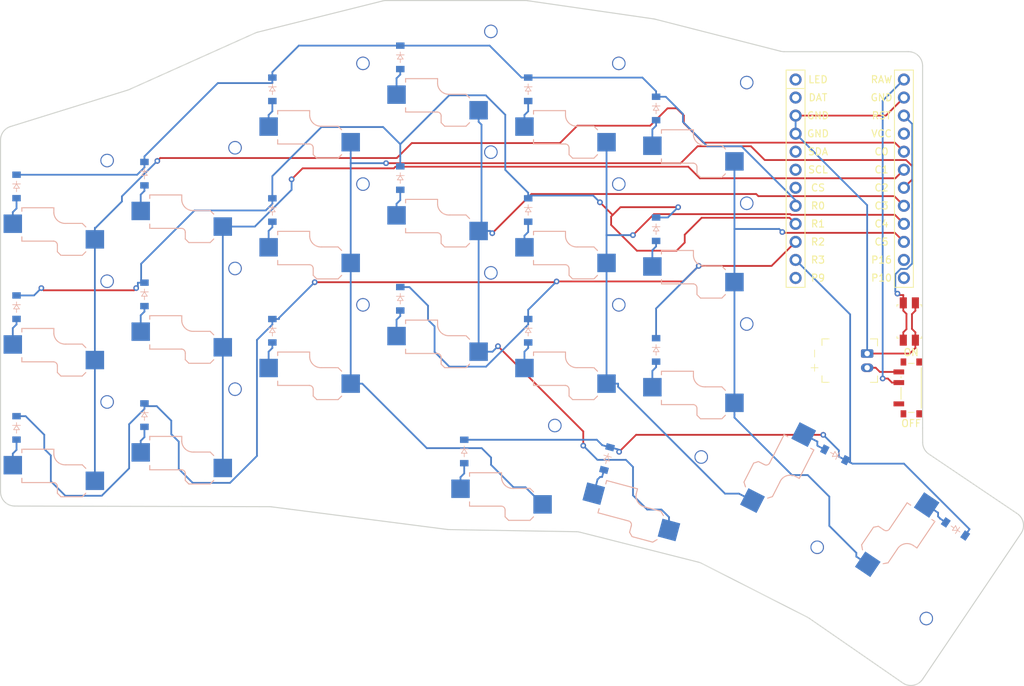
<source format=kicad_pcb>
(kicad_pcb (version 20241229) (generator "pcbnew") (generator_version "9.0")
  (title_block (title "scyboard") (date "2025-06-02") (rev "1") (company "Scybin"))
  (layers (0 "F.Cu" signal) (2 "B.Cu" signal) (13 "F.Paste" user) (15 "B.Paste" user) (5 "F.SilkS" user "F.Silkscreen") (7 "B.SilkS" user "B.Silkscreen") (1 "F.Mask" user) (3 "B.Mask" user) (25 "Edge.Cuts" user))
  (net 0 "")
  (net 1 "C0")
  (net 2 "outer_bottom_B")
  (net 3 "GND")
  (net 4 "outer_home_B")
  (net 5 "outer_top_B")
  (net 6 "C1")
  (net 7 "pinky_bottom_B")
  (net 8 "pinky_home_B")
  (net 9 "pinky_top_B")
  (net 10 "C2")
  (net 11 "ring_bottom_B")
  (net 12 "ring_home_B")
  (net 13 "ring_top_B")
  (net 14 "C3")
  (net 15 "middle_bottom_B")
  (net 16 "middle_home_B")
  (net 17 "middle_top_B")
  (net 18 "C4")
  (net 19 "index_bottom_B")
  (net 20 "index_home_B")
  (net 21 "index_top_B")
  (net 22 "C5")
  (net 23 "inner_bottom_B")
  (net 24 "inner_home_B")
  (net 25 "inner_top_B")
  (net 26 "tuck_cluster_B")
  (net 27 "layer_cluster_B")
  (net 28 "space_cluster_B")
  (net 29 "reach_cluster_B")
  (net 30 "R2")
  (net 31 "R1")
  (net 32 "R0")
  (net 33 "R3")
  (net 34 "RAW")
  (net 35 "RST")
  (net 36 "VCC")
  (net 37 "P16")
  (net 38 "P10")
  (net 39 "LED")
  (net 40 "DAT")
  (net 41 "SDA")
  (net 42 "SCL")
  (net 43 "CS")
  (net 44 "P9")
  (net 45 "BAT_P")
  (footprint "ceoloide:power_switch_smd_side" (layer "F.Cu") (at 168.14 92.87)
    (property "Reference" "PWR1" (hide yes))
    (property "Value" "")
  )
  (footprint "ceoloide:mcu_nice_nano" (layer "F.Cu") (at 159.5 62.145)
    (property "Reference" "MCU1" (hide yes))
    (property "Value" "")
  )
  (footprint "ceoloide:reset_switch_smd_side" (layer "F.Cu") (at 167.884 83.52 -90)
    (property "Reference" "RST1" (hide yes))
    (property "Value" "")
  )
  (footprint "ceoloide:battery_connector_jst_ph_2" (layer "F.Cu") (at 161.95 89.03 -90)
    (property "Reference" "JST1" (hide yes))
    (property "Value" "")
  )
  (footprint "custom:custom_switch_choc_v1_v2" (layer "B.Cu") (at 50 66 180)
    (property "Reference" "S3" (hide yes))
    (property "Value" "")
  )
  (footprint "custom:custom_diode_tht_sod123" (layer "B.Cu") (at 42.25 81.5 -90)
    (property "Reference" "D2" (hide yes))
    (property "Value" "")
  )
  (footprint "custom:custom_switch_choc_v1_v2_1.5u" (layer "B.Cu") (at 168.8 118.32 56)
    (property "Reference" "S22" (hide yes))
    (property "Value" "")
  )
  (footprint "custom:custom_switch_choc_v1_v2" (layer "B.Cu") (at 68 98.2 180)
    (property "Reference" "S4" (hide yes))
    (property "Value" "")
  )
  (footprint "custom:custom_switch_choc_v1_v2" (layer "B.Cu") (at 104 64.82 180)
    (property "Reference" "S11" (hide yes))
    (property "Value" "")
  )
  (footprint "custom:custom_switch_choc_v1_v2" (layer "B.Cu") (at 68 64.2 180)
    (property "Reference" "S6" (hide yes))
    (property "Value" "")
  )
  (footprint "custom:custom_switch_choc_v1_v2" (layer "B.Cu") (at 68 81.2 180)
    (property "Reference" "S5" (hide yes))
    (property "Value" "")
  )
  (footprint "custom:custom_diode_tht_sod123" (layer "B.Cu") (at 60.25 62.7 -90)
    (property "Reference" "D6" (hide yes))
    (property "Value" "")
  )
  (footprint "custom:custom_diode_tht_sod123" (layer "B.Cu") (at 114.25 50.82 -90)
    (property "Reference" "D15" (hide yes))
    (property "Value" "")
  )
  (footprint "custom:custom_switch_choc_v1_v2" (layer "B.Cu") (at 122 69.32 180)
    (property "Reference" "S14" (hide yes))
    (property "Value" "")
  )
  (footprint "custom:custom_diode_tht_sod123" (layer "B.Cu") (at 96.25 80.32 -90)
    (property "Reference" "D10" (hide yes))
    (property "Value" "")
  )
  (footprint "custom:custom_diode_tht_sod123" (layer "B.Cu") (at 105.25 101.82 -90)
    (property "Reference" "D19" (hide yes))
    (property "Value" "")
  )
  (footprint "custom:custom_switch_choc_v1_v2" (layer "B.Cu") (at 104 47.82 180)
    (property "Reference" "S12" (hide yes))
    (property "Value" "")
  )
  (footprint "custom:custom_switch_choc_v1_v2" (layer "B.Cu") (at 86 52.32 180)
    (property "Reference" "S9" (hide yes))
    (property "Value" "")
  )
  (footprint "custom:custom_diode_tht_sod123" (layer "B.Cu") (at 174.3773 112.7337 146)
    (property "Reference" "D22" (hide yes))
    (property "Value" "")
  )
  (footprint "custom:custom_diode_tht_sod123" (layer "B.Cu") (at 42.25 98.5 -90)
    (property "Reference" "D1" (hide yes))
    (property "Value" "")
  )
  (footprint "custom:custom_switch_choc_v1_v2" (layer "B.Cu") (at 113 103.32 180)
    (property "Reference" "S19" (hide yes))
    (property "Value" "")
  )
  (footprint "custom:custom_switch_choc_v1_v2" (layer "B.Cu") (at 104 81.82 180)
    (property "Reference" "S10" (hide yes))
    (property "Value" "")
  )
  (footprint "custom:custom_switch_choc_v1_v2" (layer "B.Cu") (at 50 100 180)
    (property "Reference" "S1" (hide yes))
    (property "Value" "")
  )
  (footprint "custom:custom_diode_tht_sod123" (layer "B.Cu") (at 60.25 79.7 -90)
    (property "Reference" "D5" (hide yes))
    (property "Value" "")
  )
  (footprint "custom:custom_diode_tht_sod123" (layer "B.Cu") (at 132.25 53.52 -90)
    (property "Reference" "D18" (hide yes))
    (property "Value" "")
  )
  (footprint "custom:custom_switch_choc_v1_v2" (layer "B.Cu") (at 86 86.32 180)
    (property "Reference" "S7" (hide yes))
    (property "Value" "")
  )
  (footprint "custom:custom_switch_choc_v1_v2" (layer "B.Cu") (at 122 52.32 180)
    (property "Reference" "S15" (hide yes))
    (property "Value" "")
  )
  (footprint "custom:custom_switch_choc_v1_v2" (layer "B.Cu") (at 86 69.32 180)
    (property "Reference" "S8" (hide yes))
    (property "Value" "")
  )
  (footprint "custom:custom_switch_choc_v1_v2" (layer "B.Cu") (at 50 83 180)
    (property "Reference" "S2" (hide yes))
    (property "Value" "")
  )
  (footprint "custom:custom_switch_choc_v1_v2" (layer "B.Cu") (at 152.6 108.52 63)
    (property "Reference" "S21" (hide yes))
    (property "Value" "")
  )
  (footprint "custom:custom_switch_choc_v1_v2" (layer "B.Cu") (at 140 89.02 180)
    (property "Reference" "S16" (hide yes))
    (property "Value" "")
  )
  (footprint "custom:custom_switch_choc_v1_v2" (layer "B.Cu") (at 122 86.32 180)
    (property "Reference" "S13" (hide yes))
    (property "Value" "")
  )
  (footprint "custom:custom_diode_tht_sod123" (layer "B.Cu") (at 78.25 50.82 -90)
    (property "Reference" "D9" (hide yes))
    (property "Value" "")
  )
  (footprint "custom:custom_diode_tht_sod123" (layer "B.Cu") (at 132.25 87.52 -90)
    (property "Reference" "D16" (hide yes))
    (property "Value" "")
  )
  (footprint "custom:custom_diode_tht_sod123" (layer "B.Cu") (at 96.25 63.32 -90)
    (property "Reference" "D11" (hide yes))
    (property "Value" "")
  )
  (footprint "custom:custom_diode_tht_sod123" (layer "B.Cu") (at 78.25 84.82 -90)
    (property "Reference" "D7" (hide yes))
    (property "Value" "")
  )
  (footprint "custom:custom_diode_tht_sod123" (layer "B.Cu") (at 60.25 96.7 -90)
    (property "Reference" "D4" (hide yes))
    (property "Value" "")
  )
  (footprint "custom:custom_diode_tht_sod123" (layer "B.Cu") (at 114.25 84.82 -90)
    (property "Reference" "D13" (hide yes))
    (property "Value" "")
  )
  (footprint "custom:custom_diode_tht_sod123" (layer "B.Cu") (at 96.25 46.32 -90)
    (property "Reference" "D12" (hide yes))
    (property "Value" "")
  )
  (footprint "custom:custom_switch_choc_v1_v2" (layer "B.Cu") (at 132.44 106.28 165)
    (property "Reference" "S20" (hide yes))
    (property "Value" "")
  )
  (footprint "custom:custom_diode_tht_sod123" (layer "B.Cu") (at 132.25 70.52 -90)
    (property "Reference" "D17" (hide yes))
    (property "Value" "")
  )
  (footprint "custom:custom_diode_tht_sod123" (layer "B.Cu") (at 157.4549 102.2957 153)
    (property "Reference" "D21" (hide yes))
    (property "Value" "")
  )
  (footprint "custom:custom_diode_tht_sod123" (layer "B.Cu") (at 78.25 67.82 -90)
    (property "Reference" "D8" (hide yes))
    (property "Value" "")
  )
  (footprint "custom:custom_diode_tht_sod123" (layer "B.Cu") (at 114.25 67.82 -90)
    (property "Reference" "D14" (hide yes))
    (property "Value" "")
  )
  (footprint "custom:custom_diode_tht_sod123" (layer "B.Cu") (at 125.3423 102.8253 -105)
    (property "Reference" "D20" (hide yes))
    (property "Value" "")
  )
  (footprint "custom:custom_switch_choc_v1_v2" (layer "B.Cu") (at 140 72.02 180)
    (property "Reference" "S17" (hide yes))
    (property "Value" "")
  )
  (footprint "custom:custom_diode_tht_sod123" (layer "B.Cu") (at 42.25 64.5 -90)
    (property "Reference" "D3" (hide yes))
    (property "Value" "")
  )
  (footprint "custom:custom_switch_choc_v1_v2" (layer "B.Cu") (at 140 55.02 180)
    (property "Reference" "S18" (hide yes))
    (property "Value" "")
  )
  (gr_line (start 114.142223 38.340543) (end 131.894247 40.904725) (stroke (width 0.15)) (layer "Edge.Cuts"))
  (gr_line (start 41.405867 56.062619) (end 57.884982 50.935783) (stroke (width 0.15)) (layer "Edge.Cuts"))
  (gr_arc (start 138.226988 117.413845) (mid 138.44002 117.480609) (end 138.644282 117.570705) (stroke (width 0.15)) (layer "Edge.Cuts"))
  (gr_arc (start 121.055793 113.123029) (mid 121.286114 113.140236) (end 121.512918 113.183875) (stroke (width 0.15)) (layer "Edge.Cuts"))
  (gr_arc (start 150.251514 45.52) (mid 150.001965 45.504373) (end 149.756317 45.457726) (stroke (width 0.15)) (layer "Edge.Cuts"))
  (gr_line (start 76.172117 42.776971) (end 93.76114 38.379715) (stroke (width 0.15)) (layer "Edge.Cuts"))
  (gr_line (start 138.226988 117.413845) (end 121.512918 113.183875) (stroke (width 0.15)) (layer "Edge.Cuts"))
  (gr_line (start 132.103522 40.946456) (end 149.756317 45.457726) (stroke (width 0.15)) (layer "Edge.Cuts"))
  (gr_arc (start 75.838145 42.892655) (mid 76.002571 42.827421) (end 76.172117 42.776971) (stroke (width 0.15)) (layer "Edge.Cuts"))
  (gr_line (start 40 107.505256) (end 40 57.972333) (stroke (width 0.15)) (layer "Edge.Cuts"))
  (gr_arc (start 93.76114 38.379715) (mid 94.001845 38.334986) (end 94.246211 38.32) (stroke (width 0.15)) (layer "Edge.Cuts"))
  (gr_line (start 94.246211 38.32) (end 113.856301 38.32) (stroke (width 0.15)) (layer "Edge.Cuts"))
  (gr_line (start 183.609849 113.352267) (end 169.755175 133.892666) (stroke (width 0.15)) (layer "Edge.Cuts"))
  (gr_line (start 169.75 98.515428) (end 169.75 47.52) (stroke (width 0.15)) (layer "Edge.Cuts"))
  (gr_arc (start 170.640857 102.192135) (mid 169.995503 101.477045) (end 169.759264 100.543218) (stroke (width 0.15)) (layer "Edge.Cuts"))
  (gr_line (start 58.109892 50.850671) (end 75.838145 42.892655) (stroke (width 0.15)) (layer "Edge.Cuts"))
  (gr_line (start 121.055793 113.123029) (end 103.111413 112.82187) (stroke (width 0.15)) (layer "Edge.Cuts"))
  (gr_line (start 153.561066 125.171185) (end 138.644282 117.570704) (stroke (width 0.15)) (layer "Edge.Cuts"))
  (gr_arc (start 183.07016 110.575806) (mid 183.915052 111.852266) (end 183.609849 113.352267) (stroke (width 0.15)) (layer "Edge.Cuts"))
  (gr_arc (start 131.894248 40.904725) (mid 131.999443 40.922795) (end 132.103523 40.946456) (stroke (width 0.15)) (layer "Edge.Cuts"))
  (gr_line (start 102.889485 112.805766) (end 78.124599 109.616048) (stroke (width 0.15)) (layer "Edge.Cuts"))
  (gr_arc (start 167.75 45.52) (mid 169.164214 46.105786) (end 169.75 47.52) (stroke (width 0.15)) (layer "Edge.Cuts"))
  (gr_arc (start 40 57.972333) (mid 40.389356 56.786625) (end 41.405867 56.062619) (stroke (width 0.15)) (layer "Edge.Cuts"))
  (gr_arc (start 169.750021 98.524586) (mid 169.750005 98.520007) (end 169.75 98.515428) (stroke (width 0.15)) (layer "Edge.Cuts"))
  (gr_arc (start 153.561066 125.171185) (mid 153.678337 125.235975) (end 153.791008 125.30847) (stroke (width 0.15)) (layer "Edge.Cuts"))
  (gr_arc (start 103.111413 112.82187) (mid 103.000225 112.816906) (end 102.889485 112.805766) (stroke (width 0.15)) (layer "Edge.Cuts"))
  (gr_arc (start 41.994737 109.505249) (mid 40.583928 108.917607) (end 40 107.505256) (stroke (width 0.15)) (layer "Edge.Cuts"))
  (gr_arc (start 77.874372 109.59967) (mid 77.999742 109.603935) (end 78.124599 109.616048) (stroke (width 0.15)) (layer "Edge.Cuts"))
  (gr_line (start 170.640857 102.192136) (end 183.07016 110.575806) (stroke (width 0.15)) (layer "Edge.Cuts"))
  (gr_arc (start 58.109892 50.850671) (mid 57.998718 50.896612) (end 57.884982 50.935783) (stroke (width 0.15)) (layer "Edge.Cuts"))
  (gr_line (start 150.251514 45.52) (end 167.75 45.52) (stroke (width 0.15)) (layer "Edge.Cuts"))
  (gr_line (start 169.750021 98.524586) (end 169.759264 100.543218) (stroke (width 0.15)) (layer "Edge.Cuts"))
  (gr_arc (start 169.755175 133.892666) (mid 168.467098 134.739766) (end 166.959177 134.419008) (stroke (width 0.15)) (layer "Edge.Cuts"))
  (gr_line (start 166.959177 134.419008) (end 153.791008 125.30847) (stroke (width 0.15)) (layer "Edge.Cuts"))
  (gr_line (start 77.874372 109.599669) (end 41.994737 109.505249) (stroke (width 0.15)) (layer "Edge.Cuts"))
  (gr_arc (start 113.856301 38.32) (mid 113.99963 38.325143) (end 114.142223 38.340543) (stroke (width 0.15)) (layer "Edge.Cuts"))
  (segment (start 136.1539 55.5927) (end 136.1539 54.5147) (width 0.25) (layer "F.Cu") (net 1))
  (segment (start 118.7186 58.3933) (end 97.8693 58.3933) (width 0.25) (layer "F.Cu") (net 1))
  (segment (start 95.7644 60.4982) (end 62.4725 60.4982) (width 0.25) (layer "F.Cu") (net 1))
  (segment (start 138.8948 58.3336) (end 136.1539 55.5927) (width 0.25) (layer "F.Cu") (net 1))
  (segment (start 165.8486 58.3336) (end 138.8948 58.3336) (width 0.25) (layer "F.Cu") (net 1))
  (segment (start 97.8693 58.3933) (end 95.7644 60.4982) (width 0.25) (layer "F.Cu") (net 1))
  (segment (start 133.8676 53.4933) (end 131.4154 55.9455) (width 0.25) (layer "F.Cu") (net 1))
  (segment (start 135.1325 53.4933) (end 133.8676 53.4933) (width 0.25) (layer "F.Cu") (net 1))
  (segment (start 121.1664 55.9455) (end 118.7186 58.3933) (width 0.25) (layer "F.Cu") (net 1))
  (segment (start 167.12 59.605) (end 165.8486 58.3336) (width 0.25) (layer "F.Cu") (net 1))
  (segment (start 136.1539 54.5147) (end 135.1325 53.4933) (width 0.25) (layer "F.Cu") (net 1))
  (segment (start 62.4725 60.4982) (end 62.063 60.9077) (width 0.25) (layer "F.Cu") (net 1))
  (segment (start 131.4154 55.9455) (end 121.1664 55.9455) (width 0.25) (layer "F.Cu") (net 1))
  (via (at 62.063 60.9077) (size 0.8) (drill 0.4) (layers "F.Cu" "B.Cu") (net 1))
  (segment (start 53.275 71.95) (end 53.275 88.95) (width 0.25) (layer "B.Cu") (net 1))
  (segment (start 53.3767 70.3233) (end 53.275 70.3233) (width 0.25) (layer "B.Cu") (net 1))
  (segment (start 62.063 60.9077) (end 57.0817 65.889) (width 0.25) (layer "B.Cu") (net 1))
  (segment (start 53.275 71.95) (end 53.275 70.3233) (width 0.25) (layer "B.Cu") (net 1))
  (segment (start 53.275 105.95) (end 53.275 88.95) (width 0.25) (layer "B.Cu") (net 1))
  (segment (start 57.0817 65.889) (end 57.0817 66.6183) (width 0.25) (layer "B.Cu") (net 1))
  (segment (start 57.0817 66.6183) (end 53.3767 70.3233) (width 0.25) (layer "B.Cu") (net 1))
  (segment (start 41.725 103.75) (end 41.725 102.1233) (width 0.25) (layer "B.Cu") (net 2))
  (segment (start 41.725 102.1233) (end 42.25 101.5983) (width 0.25) (layer "B.Cu") (net 2))
  (segment (start 42.25 101.5983) (end 42.25 100.15) (width 0.25) (layer "B.Cu") (net 2))
  (segment (start 167.12 51.985) (end 164.58 54.525) (width 0.25) (layer "F.Cu") (net 3))
  (segment (start 168.734 81.9967) (end 168.2559 82.4748) (width 0.25) (layer "F.Cu") (net 3))
  (segment (start 164.58 54.525) (end 151.88 54.525) (width 0.25) (layer "F.Cu") (net 3))
  (segment (start 168.734 80.895) (end 168.734 81.9967) (width 0.25) (layer "F.Cu") (net 3))
  (segment (start 168.2559 82.4748) (end 168.2559 84.5652) (width 0.25) (layer "F.Cu") (net 3))
  (segment (start 168.2559 84.5652) (end 168.734 85.0433) (width 0.25) (layer "F.Cu") (net 3))
  (segment (start 161.95 88.03) (end 167.9507 88.03) (width 0.25) (layer "F.Cu") (net 3))
  (segment (start 168.734 86.145) (end 168.734 85.0433) (width 0.25) (layer "F.Cu") (net 3))
  (segment (start 168.734 86.145) (end 168.734 87.2467) (width 0.25) (layer "F.Cu") (net 3))
  (segment (start 167.9507 88.03) (end 168.734 87.2467) (width 0.25) (layer "F.Cu") (net 3))
  (segment (start 161.95 88.03) (end 161.95 67.135) (width 0.25) (layer "B.Cu") (net 3))
  (segment (start 151.88 54.525) (end 151.88 57.065) (width 0.25) (layer "B.Cu") (net 3))
  (segment (start 161.95 67.135) (end 151.88 57.065) (width 0.25) (layer "B.Cu") (net 3))
  (segment (start 42.25 83.15) (end 42.25 83.9267) (width 0.25) (layer "B.Cu") (net 4))
  (segment (start 41.725 84.4517) (end 41.725 86.75) (width 0.25) (layer "B.Cu") (net 4))
  (segment (start 42.25 83.9267) (end 41.725 84.4517) (width 0.25) (layer "B.Cu") (net 4))
  (segment (start 41.725 69.75) (end 41.725 68.1233) (width 0.25) (layer "B.Cu") (net 5))
  (segment (start 41.725 68.1233) (end 42.25 67.5983) (width 0.25) (layer "B.Cu") (net 5))
  (segment (start 42.25 67.5983) (end 42.25 66.15) (width 0.25) (layer "B.Cu") (net 5))
  (segment (start 165.9158 63.3492) (end 167.12 62.145) (width 0.25) (layer "F.Cu") (net 6))
  (segment (start 95.5815 61.7181) (end 136.7725 61.7181) (width 0.25) (layer "F.Cu") (net 6))
  (segment (start 82.5063 61.9516) (end 95.348 61.9516) (width 0.25) (layer "F.Cu") (net 6))
  (segment (start 138.4036 63.3492) (end 165.9158 63.3492) (width 0.25) (layer "F.Cu") (net 6))
  (segment (start 95.348 61.9516) (end 95.5815 61.7181) (width 0.25) (layer "F.Cu") (net 6))
  (segment (start 80.9578 63.5001) (end 82.5063 61.9516) (width 0.25) (layer "F.Cu") (net 6))
  (segment (start 136.7725 61.7181) (end 138.4036 63.3492) (width 0.25) (layer "F.Cu") (net 6))
  (via (at 80.9578 63.5001) (size 0.8) (drill 0.4) (layers "F.Cu" "B.Cu") (net 6))
  (segment (start 80.9578 64.9791) (end 80.9578 63.5001) (width 0.25) (layer "B.Cu") (net 6))
  (segment (start 71.275 70.15) (end 71.275 87.15) (width 0.25) (layer "B.Cu") (net 6))
  (segment (start 75.7869 70.15) (end 80.9578 64.9791) (width 0.25) (layer "B.Cu") (net 6))
  (segment (start 71.275 104.15) (end 71.275 87.15) (width 0.25) (layer "B.Cu") (net 6))
  (segment (start 71.275 70.15) (end 75.7869 70.15) (width 0.25) (layer "B.Cu") (net 6))
  (segment (start 60.25 99.7983) (end 60.25 98.35) (width 0.25) (layer "B.Cu") (net 7))
  (segment (start 59.725 101.95) (end 59.725 100.3233) (width 0.25) (layer "B.Cu") (net 7))
  (segment (start 59.725 100.3233) (end 60.25 99.7983) (width 0.25) (layer "B.Cu") (net 7))
  (segment (start 59.725 82.6517) (end 59.725 84.95) (width 0.25) (layer "B.Cu") (net 8))
  (segment (start 60.25 81.35) (end 60.25 82.1267) (width 0.25) (layer "B.Cu") (net 8))
  (segment (start 60.25 82.1267) (end 59.725 82.6517) (width 0.25) (layer "B.Cu") (net 8))
  (segment (start 60.25 65.1267) (end 59.725 65.6517) (width 0.25) (layer "B.Cu") (net 9))
  (segment (start 60.25 64.35) (end 60.25 65.1267) (width 0.25) (layer "B.Cu") (net 9))
  (segment (start 59.725 65.6517) (end 59.725 67.95) (width 0.25) (layer "B.Cu") (net 9))
  (segment (start 168.304 61.6571) (end 167.4286 60.7817) (width 0.25) (layer "F.Cu") (net 10))
  (segment (start 167.12 64.685) (end 168.304 63.501) (width 0.25) (layer "F.Cu") (net 10))
  (segment (start 135.7118 61.2249) (end 94.2504 61.2249) (width 0.25) (layer "F.Cu") (net 10))
  (segment (start 138.0967 58.84) (end 135.7118 61.2249) (width 0.25) (layer "F.Cu") (net 10))
  (segment (start 168.304 63.501) (end 168.304 61.6571) (width 0.25) (layer "F.Cu") (net 10))
  (segment (start 147.5414 60.7817) (end 145.5997 58.84) (width 0.25) (layer "F.Cu") (net 10))
  (segment (start 167.4286 60.7817) (end 147.5414 60.7817) (width 0.25) (layer "F.Cu") (net 10))
  (segment (start 145.5997 58.84) (end 138.0967 58.84) (width 0.25) (layer "F.Cu") (net 10))
  (via (at 94.2504 61.2249) (size 0.8) (drill 0.4) (layers "F.Cu" "B.Cu") (net 10))
  (segment (start 89.275 75.27) (end 89.275 92.27) (width 0.25) (layer "B.Cu") (net 10))
  (segment (start 89.275 92.27) (end 90.9017 92.27) (width 0.25) (layer "B.Cu") (net 10))
  (segment (start 89.275 61.2249) (end 94.2504 61.2249) (width 0.25) (layer "B.Cu") (net 10))
  (segment (start 109.0267 103.7073) (end 109.0267 102.6744) (width 0.25) (layer "B.Cu") (net 10))
  (segment (start 89.275 61.2249) (end 89.275 75.27) (width 0.25) (layer "B.Cu") (net 10))
  (segment (start 116.275 109.27) (end 113.8708 106.8658) (width 0.25) (layer "B.Cu") (net 10))
  (segment (start 113.8708 106.8658) (end 112.1852 106.8658) (width 0.25) (layer "B.Cu") (net 10))
  (segment (start 109.0267 102.6744) (end 107.7056 101.3533) (width 0.25) (layer "B.Cu") (net 10))
  (segment (start 107.7056 101.3533) (end 99.985 101.3533) (width 0.25) (layer "B.Cu") (net 10))
  (segment (start 112.1852 106.8658) (end 109.0267 103.7073) (width 0.25) (layer "B.Cu") (net 10))
  (segment (start 99.985 101.3533) (end 90.9017 92.27) (width 0.25) (layer "B.Cu") (net 10))
  (segment (start 89.275 58.27) (end 89.275 59.8967) (width 0.25) (layer "B.Cu") (net 10))
  (segment (start 89.275 59.8967) (end 89.275 61.2249) (width 0.25) (layer "B.Cu") (net 10))
  (segment (start 78.25 87.2467) (end 77.725 87.7717) (width 0.25) (layer "B.Cu") (net 11))
  (segment (start 78.25 86.47) (end 78.25 87.2467) (width 0.25) (layer "B.Cu") (net 11))
  (segment (start 77.725 87.7717) (end 77.725 90.07) (width 0.25) (layer "B.Cu") (net 11))
  (segment (start 77.725 70.7717) (end 77.725 73.07) (width 0.25) (layer "B.Cu") (net 12))
  (segment (start 78.25 69.47) (end 78.25 70.2467) (width 0.25) (layer "B.Cu") (net 12))
  (segment (start 78.25 70.2467) (end 77.725 70.7717) (width 0.25) (layer "B.Cu") (net 12))
  (segment (start 78.25 53.9183) (end 78.25 52.47) (width 0.25) (layer "B.Cu") (net 13))
  (segment (start 77.725 56.07) (end 77.725 54.4433) (width 0.25) (layer "B.Cu") (net 13))
  (segment (start 77.725 54.4433) (end 78.25 53.9183) (width 0.25) (layer "B.Cu") (net 13))
  (segment (start 122 101) (end 122 99) (width 0.25) (layer "F.Cu") (net 14))
  (segment (start 109.1944 71.0827) (end 114.7096 65.5675) (width 0.25) (layer "F.Cu") (net 14))
  (segment (start 146.3353 65.5675) (end 146.6327 65.8649) (width 0.25) (layer "F.Cu") (net 14))
  (segment (start 114.7096 65.5675) (end 146.3353 65.5675) (width 0.25) (layer "F.Cu") (net 14))
  (segment (start 122 99) (end 110 87) (width 0.25) (layer "F.Cu") (net 14))
  (segment (start 146.6327 65.8649) (end 165.7599 65.8649) (width 0.25) (layer "F.Cu") (net 14))
  (segment (start 165.7599 65.8649) (end 167.12 67.225) (width 0.25) (layer "F.Cu") (net 14))
  (via (at 110 87) (size 0.8) (drill 0.4) (layers "F.Cu" "B.Cu") (net 14))
  (via (at 109.1944 71.0827) (size 0.8) (drill 0.4) (layers "F.Cu" "B.Cu") (net 14))
  (via (at 122 101) (size 0.8) (drill 0.4) (layers "F.Cu" "B.Cu") (net 14))
  (segment (start 128 103) (end 129 104) (width 0.25) (layer "B.Cu") (net 14))
  (segment (start 110 87) (end 109.23 87.77) (width 0.25) (layer "B.Cu") (net 14))
  (segment (start 133 110) (end 134.063434 111.063434) (width 0.25) (layer "B.Cu") (net 14))
  (segment (start 129 104) (end 129 108) (width 0.25) (layer "B.Cu") (net 14))
  (segment (start 108.9017 70.79) (end 108.9017 70.77) (width 0.25) (layer "B.Cu") (net 14))
  (segment (start 109.0481 70.9364) (end 108.9017 70.79) (width 0.25) (layer "B.Cu") (net 14))
  (segment (start 108.0884 70.77) (end 107.275 71.5834) (width 0.25) (layer "B.Cu") (net 14))
  (segment (start 107.275 70.77) (end 107.6817 70.77) (width 0.25) (layer "B.Cu") (net 14))
  (segment (start 131 110) (end 133 110) (width 0.25) (layer "B.Cu") (net 14))
  (segment (start 108.0884 70.77) (end 108.9017 70.77) (width 0.25) (layer "B.Cu") (net 14))
  (segment (start 122 101) (end 124 103) (width 0.25) (layer "B.Cu") (net 14))
  (segment (start 129 108) (end 131 110) (width 0.25) (layer "B.Cu") (net 14))
  (segment (start 107.275 71.5834) (end 107.275 87.77) (width 0.25) (layer "B.Cu") (net 14))
  (segment (start 107.6817 70.77) (end 107.6817 55.8034) (width 0.25) (layer "B.Cu") (net 14))
  (segment (start 107.6817 55.8034) (end 107.275 55.3967) (width 0.25) (layer "B.Cu") (net 14))
  (segment (start 109.23 87.77) (end 107.275 87.77) (width 0.25) (layer "B.Cu") (net 14))
  (segment (start 107.6817 70.77) (end 108.0884 70.77) (width 0.25) (layer "B.Cu") (net 14))
  (segment (start 107.275 53.77) (end 107.275 55.3967) (width 0.25) (layer "B.Cu") (net 14))
  (segment (start 109.1944 71.0827) (end 109.0481 70.9364) (width 0.25) (layer "B.Cu") (net 14))
  (segment (start 124 103) (end 128 103) (width 0.25) (layer "B.Cu") (net 14))
  (segment (start 134.063434 111.063434) (end 134.063434 112.874891) (width 0.25) (layer "B.Cu") (net 14))
  (segment (start 96.25 81.97) (end 96.25 82.7467) (width 0.25) (layer "B.Cu") (net 15))
  (segment (start 96.25 82.7467) (end 95.725 83.2717) (width 0.25) (layer "B.Cu") (net 15))
  (segment (start 95.725 83.2717) (end 95.725 85.57) (width 0.25) (layer "B.Cu") (net 15))
  (segment (start 96.25 66.4183) (end 96.25 64.97) (width 0.25) (layer "B.Cu") (net 16))
  (segment (start 95.725 68.57) (end 95.725 66.9433) (width 0.25) (layer "B.Cu") (net 16))
  (segment (start 95.725 66.9433) (end 96.25 66.4183) (width 0.25) (layer "B.Cu") (net 16))
  (segment (start 96.25 48.7467) (end 95.725 49.2717) (width 0.25) (layer "B.Cu") (net 17))
  (segment (start 96.25 47.97) (end 96.25 48.7467) (width 0.25) (layer "B.Cu") (net 17))
  (segment (start 95.725 49.2717) (end 95.725 51.57) (width 0.25) (layer "B.Cu") (net 17))
  (segment (start 151.2467 68.495) (end 165.85 68.495) (width 0.25) (layer "F.Cu") (net 18))
  (segment (start 151.1519 68.4002) (end 151.2467 68.495) (width 0.25) (layer "F.Cu") (net 18))
  (segment (start 128.9897 71.355) (end 131.9445 68.4002) (width 0.25) (layer "F.Cu") (net 18))
  (segment (start 131.9445 68.4002) (end 151.1519 68.4002) (width 0.25) (layer "F.Cu") (net 18))
  (segment (start 165.85 68.495) (end 167.12 69.765) (width 0.25) (layer "F.Cu") (net 18))
  (via (at 128.9897 71.355) (size 0.8) (drill 0.4) (layers "F.Cu" "B.Cu") (net 18))
  (segment (start 125.275 58.27) (end 125.275 71.355) (width 0.25) (layer "B.Cu") (net 18))
  (segment (start 125.275 71.355) (end 125.275 75.27) (width 0.25) (layer "B.Cu") (net 18))
  (segment (start 141.9479 107.7583) (end 143.8913 107.7583) (width 0.25) (layer "B.Cu") (net 18))
  (segment (start 145.8117 108.7368) (end 143.8913 107.7583) (width 0.25) (layer "B.Cu") (net 18))
  (segment (start 125.275 92.27) (end 126.9017 92.27) (width 0.25) (layer "B.Cu") (net 18))
  (segment (start 125.275 75.27) (end 125.275 92.27) (width 0.25) (layer "B.Cu") (net 18))
  (segment (start 126.9017 92.7121) (end 141.9479 107.7583) (width 0.25) (layer "B.Cu") (net 18))
  (segment (start 126.9017 92.27) (end 126.9017 92.7121) (width 0.25) (layer "B.Cu") (net 18))
  (segment (start 125.275 71.355) (end 128.9897 71.355) (width 0.25) (layer "B.Cu") (net 18))
  (segment (start 114.25 87.2467) (end 113.725 87.7717) (width 0.25) (layer "B.Cu") (net 19))
  (segment (start 113.725 87.7717) (end 113.725 90.07) (width 0.25) (layer "B.Cu") (net 19))
  (segment (start 114.25 86.47) (end 114.25 87.2467) (width 0.25) (layer "B.Cu") (net 19))
  (segment (start 114.25 70.9183) (end 114.25 69.47) (width 0.25) (layer "B.Cu") (net 20))
  (segment (start 113.725 71.4433) (end 114.25 70.9183) (width 0.25) (layer "B.Cu") (net 20))
  (segment (start 113.725 73.07) (end 113.725 71.4433) (width 0.25) (layer "B.Cu") (net 20))
  (segment (start 113.725 54.4433) (end 114.25 53.9183) (width 0.25) (layer "B.Cu") (net 21))
  (segment (start 114.25 53.9183) (end 114.25 52.47) (width 0.25) (layer "B.Cu") (net 21))
  (segment (start 113.725 56.07) (end 113.725 54.4433) (width 0.25) (layer "B.Cu") (net 21))
  (segment (start 150.009 70.9215) (end 150.1225 71.035) (width 0.25) (layer "F.Cu") (net 22))
  (segment (start 150.1225 71.035) (end 165.85 71.035) (width 0.25) (layer "F.Cu") (net 22))
  (segment (start 165.85 71.035) (end 167.12 72.305) (width 0.25) (layer "F.Cu") (net 22))
  (via (at 150.009 70.9215) (size 0.8) (drill 0.4) (layers "F.Cu" "B.Cu") (net 22))
  (segment (start 143.275 96.5967) (end 143.275 97.0457) (width 0.25) (layer "B.Cu") (net 22))
  (segment (start 156.6236 108.1802) (end 156.6236 112.2956) (width 0.25) (layer "B.Cu") (net 22))
  (segment (start 156.6236 112.2956) (end 160.4252 116.0972) (width 0.25) (layer "B.Cu") (net 22))
  (segment (start 143.275 70.4887) (end 143.275 77.97) (width 0.25) (layer "B.Cu") (net 22))
  (segment (start 143.275 97.0457) (end 151.3755 105.1462) (width 0.25) (layer "B.Cu") (net 22))
  (segment (start 160.4252 116.0972) (end 160.4252 116.6213) (width 0.25) (layer "B.Cu") (net 22))
  (segment (start 153.5896 105.1462) (end 156.6236 108.1802) (width 0.25) (layer "B.Cu") (net 22))
  (segment (start 143.275 60.97) (end 143.275 70.4887) (width 0.25) (layer "B.Cu") (net 22))
  (segment (start 151.3755 105.1462) (end 153.5896 105.1462) (width 0.25) (layer "B.Cu") (net 22))
  (segment (start 162.0359 117.7079) (end 160.4251 116.6214) (width 0.25) (layer "B.Cu") (net 22))
  (segment (start 143.275 94.97) (end 143.275 96.5967) (width 0.25) (layer "B.Cu") (net 22))
  (segment (start 149.5762 70.4887) (end 150.009 70.9215) (width 0.25) (layer "B.Cu") (net 22))
  (segment (start 143.275 70.4887) (end 149.5762 70.4887) (width 0.25) (layer "B.Cu") (net 22))
  (segment (start 143.275 77.97) (end 143.275 94.97) (width 0.25) (layer "B.Cu") (net 22))
  (segment (start 160.4252 116.6213) (end 160.4251 116.6214) (width 0.25) (layer "B.Cu") (net 22))
  (segment (start 132.25 89.9467) (end 131.725 90.4717) (width 0.25) (layer "B.Cu") (net 23))
  (segment (start 131.725 90.4717) (end 131.725 92.77) (width 0.25) (layer "B.Cu") (net 23))
  (segment (start 132.25 89.17) (end 132.25 89.9467) (width 0.25) (layer "B.Cu") (net 23))
  (segment (start 131.725 73.4717) (end 131.725 75.77) (width 0.25) (layer "B.Cu") (net 24))
  (segment (start 132.25 72.17) (end 132.25 72.9467) (width 0.25) (layer "B.Cu") (net 24))
  (segment (start 132.25 72.9467) (end 131.725 73.4717) (width 0.25) (layer "B.Cu") (net 24))
  (segment (start 132.25 55.9467) (end 131.725 56.4717) (width 0.25) (layer "B.Cu") (net 25))
  (segment (start 131.725 56.4717) (end 131.725 58.77) (width 0.25) (layer "B.Cu") (net 25))
  (segment (start 132.25 55.17) (end 132.25 55.9467) (width 0.25) (layer "B.Cu") (net 25))
  (segment (start 104.725 105.4433) (end 105.25 104.9183) (width 0.25) (layer "B.Cu") (net 26))
  (segment (start 104.725 107.07) (end 104.725 105.4433) (width 0.25) (layer "B.Cu") (net 26))
  (segment (start 105.25 104.9183) (end 105.25 103.47) (width 0.25) (layer "B.Cu") (net 26))
  (segment (start 124.0103 105.7682) (end 124.3694 105.4091) (width 0.25) (layer "B.Cu") (net 27))
  (segment (start 124.3694 105.4091) (end 124.6499 105.4091) (width 0.25) (layer "B.Cu") (net 27))
  (segment (start 124.0102 105.7682) (end 124.0103 105.7682) (width 0.25) (layer "B.Cu") (net 27))
  (segment (start 123.4764 107.7605) (end 124.0102 105.7682) (width 0.25) (layer "B.Cu") (net 27))
  (segment (start 124.9152 104.4191) (end 124.6499 105.4091) (width 0.25) (layer "B.Cu") (net 27))
  (segment (start 155.9847 101.5466) (end 155.0243 101.0573) (width 0.25) (layer "B.Cu") (net 28))
  (segment (start 154.9358 100.4231) (end 154.9359 100.423) (width 0.25) (layer "B.Cu") (net 28))
  (segment (start 154.9358 100.9688) (end 154.9358 100.4231) (width 0.25) (layer "B.Cu") (net 28))
  (segment (start 155.0243 101.0573) (end 154.9358 100.9688) (width 0.25) (layer "B.Cu") (net 28))
  (segment (start 153.0155 99.4445) (end 154.9359 100.423) (width 0.25) (layer "B.Cu") (net 28))
  (segment (start 171.9291 110.9734) (end 171.9291 110.4493) (width 0.25) (layer "B.Cu") (net 29))
  (segment (start 173.0094 111.811) (end 172.2161 111.2759) (width 0.25) (layer "B.Cu") (net 29))
  (segment (start 172.2162 111.2605) (end 171.9291 110.9734) (width 0.25) (layer "B.Cu") (net 29))
  (segment (start 171.9291 110.4493) (end 171.9292 110.4492) (width 0.25) (layer "B.Cu") (net 29))
  (segment (start 170.3184 109.3627) (end 171.9292 110.4492) (width 0.25) (layer "B.Cu") (net 29))
  (segment (start 172.2162 111.2758) (end 172.2162 111.2605) (width 0.25) (layer "B.Cu") (net 29))
  (segment (start 172.2161 111.2759) (end 172.2162 111.2758) (width 0.25) (layer "B.Cu") (net 29))
  (segment (start 118.1342 77.9869) (end 84.2091 77.9869) (width 0.25) (layer "F.Cu") (net 30))
  (segment (start 138.2452 75.6915) (end 136.0579 77.8788) (width 0.25) (layer "F.Cu") (net 30))
  (segment (start 148.4935 75.6915) (end 151.88 72.305) (width 0.25) (layer "F.Cu") (net 30))
  (segment (start 138.2452 75.6915) (end 148.4935 75.6915) (width 0.25) (layer "F.Cu") (net 30))
  (segment (start 136.0579 77.8788) (end 118.2423 77.8788) (width 0.25) (layer "F.Cu") (net 30))
  (segment (start 118.2423 77.8788) (end 118.1342 77.9869) (width 0.25) (layer "F.Cu") (net 30))
  (via (at 118.2423 77.8788) (size 0.8) (drill 0.4) (layers "F.Cu" "B.Cu") (net 30))
  (via (at 138.2452 75.6915) (size 0.8) (drill 0.4) (layers "F.Cu" "B.Cu") (net 30))
  (via (at 84.2091 77.9869) (size 0.8) (drill 0.4) (layers "F.Cu" "B.Cu") (net 30))
  (segment (start 54.2407 108.0556) (end 49.1144 108.0556) (width 0.25) (layer "B.Cu") (net 30))
  (segment (start 46.1541 99.472) (end 43.5321 96.85) (width 0.25) (layer "B.Cu") (net 30))
  (segment (start 61.9785 95.4383) (end 60.25 95.4383) (width 0.25) (layer "B.Cu") (net 30))
  (segment (start 60.25 95.4383) (end 60.25 95.8267) (width 0.25) (layer "B.Cu") (net 30))
  (segment (start 78.25 83.9467) (end 76.0834 86.1133) (width 0.25) (layer "B.Cu") (net 30))
  (segment (start 46.1541 101.4614) (end 46.1541 99.472) (width 0.25) (layer "B.Cu") (net 30))
  (segment (start 76.0834 102.4526) (end 72.2935 106.2425) (width 0.25) (layer "B.Cu") (net 30))
  (segment (start 114.25 83.9467) (end 108.3257 89.871) (width 0.25) (layer "B.Cu") (net 30))
  (segment (start 47.0767 106.0179) (end 47.0767 102.384) (width 0.25) (layer "B.Cu") (net 30))
  (segment (start 78.25 83.17) (end 78.25 83.9467) (width 0.25) (layer "B.Cu") (net 30))
  (segment (start 47.0767 102.384) (end 46.1541 101.4614) (width 0.25) (layer "B.Cu") (net 30))
  (segment (start 49.1144 108.0556) (end 47.0767 106.0179) (width 0.25) (layer "B.Cu") (net 30))
  (segment (start 103.1508 89.871) (end 101.0767 87.7969) (width 0.25) (layer "B.Cu") (net 30))
  (segment (start 132.25 85.87) (end 132.25 81.6867) (width 0.25) (layer "B.Cu") (net 30))
  (segment (start 108.3257 89.871) (end 103.1508 89.871) (width 0.25) (layer "B.Cu") (net 30))
  (segment (start 65.0767 104.2743) (end 65.0767 100.4343) (width 0.25) (layer "B.Cu") (net 30))
  (segment (start 97.5321 78.67) (end 96.25 78.67) (width 0.25) (layer "B.Cu") (net 30))
  (segment (start 72.2935 106.2425) (end 67.0449 106.2425) (width 0.25) (layer "B.Cu") (net 30))
  (segment (start 118.2423 77.8788) (end 114.25 81.8711) (width 0.25) (layer "B.Cu") (net 30))
  (segment (start 101.0767 87.7969) (end 101.0767 84.204) (width 0.25) (layer "B.Cu") (net 30))
  (segment (start 64.0267 97.4865) (end 61.9785 95.4383) (width 0.25) (layer "B.Cu") (net 30))
  (segment (start 60.25 95.05) (end 60.25 95.4383) (width 0.25) (layer "B.Cu") (net 30))
  (segment (start 58.0983 97.9784) (end 58.0983 104.198) (width 0.25) (layer "B.Cu") (net 30))
  (segment (start 84.2091 77.9869) (end 79.1767 83.0193) (width 0.25) (layer "B.Cu") (net 30))
  (segment (start 78.6875 83.17) (end 78.25 83.17) (width 0.25) (layer "B.Cu") (net 30))
  (segment (start 132.25 81.6867) (end 138.2452 75.6915) (width 0.25) (layer "B.Cu") (net 30))
  (segment (start 78.6875 83.17) (end 79.1767 83.17) (width 0.25) (layer "B.Cu") (net 30))
  (segment (start 101.0767 84.204) (end 100.1541 83.2814) (width 0.25) (layer "B.Cu") (net 30))
  (segment (start 67.0449 106.2425) (end 65.0767 104.2743) (width 0.25) (layer "B.Cu") (net 30))
  (segment (start 100.1541 81.292) (end 97.5321 78.67) (width 0.25) (layer "B.Cu") (net 30))
  (segment (start 58.0983 104.198) (end 54.2407 108.0556) (width 0.25) (layer "B.Cu") (net 30))
  (segment (start 114.25 83.17) (end 114.25 83.9467) (width 0.25) (layer "B.Cu") (net 30))
  (segment (start 76.0834 86.1133) (end 76.0834 102.4526) (width 0.25) (layer "B.Cu") (net 30))
  (segment (start 100.1541 83.2814) (end 100.1541 81.292) (width 0.25) (layer "B.Cu") (net 30))
  (segment (start 65.0767 100.4343) (end 64.0267 99.3843) (width 0.25) (layer "B.Cu") (net 30))
  (segment (start 60.25 95.8267) (end 58.0983 97.9784) (width 0.25) (layer "B.Cu") (net 30))
  (segment (start 114.25 81.8711) (end 114.25 83.17) (width 0.25) (layer "B.Cu") (net 30))
  (segment (start 64.0267 99.3843) (end 64.0267 97.4865) (width 0.25) (layer "B.Cu") (net 30))
  (segment (start 79.1767 83.0193) (end 79.1767 83.17) (width 0.25) (layer "B.Cu") (net 30))
  (segment (start 43.5321 96.85) (end 42.25 96.85) (width 0.25) (layer "B.Cu") (net 30))
  (segment (start 135.352 67.421) (end 127.2399 67.421) (width 0.25) (layer "F.Cu") (net 31))
  (segment (start 127.2399 67.421) (end 126.1358 68.5251) (width 0.25) (layer "F.Cu") (net 31))
  (segment (start 46.0556 79.1267) (end 58.7752 79.1267) (width 0.25) (layer "F.Cu") (net 31))
  (segment (start 151.0235 68.9106) (end 151.8779 69.765) (width 0.25) (layer "F.Cu") (net 31))
  (segment (start 126.1358 68.5251) (end 125.9227 68.7382) (width 0.25) (layer "F.Cu") (net 31))
  (segment (start 136.2774 72.4018) (end 136.2774 71.2952) (width 0.25) (layer "F.Cu") (net 31))
  (segment (start 129.5457 73.5467) (end 135.1325 73.5467) (width 0.25) (layer "F.Cu") (net 31))
  (segment (start 125.9227 69.9237) (end 129.5457 73.5467) (width 0.25) (layer "F.Cu") (net 31))
  (segment (start 151.8779 69.765) (end 151.88 69.765) (width 0.25) (layer "F.Cu") (net 31))
  (segment (start 138.662 68.9106) (end 151.0235 68.9106) (width 0.25) (layer "F.Cu") (net 31))
  (segment (start 124.3459 66.7353) (end 126.1358 68.5251) (width 0.25) (layer "F.Cu") (net 31))
  (segment (start 125.9227 68.7382) (end 125.9227 69.9237) (width 0.25) (layer "F.Cu") (net 31))
  (segment (start 58.7752 79.1267) (end 59.0868 78.8151) (width 0.25) (layer "F.Cu") (net 31))
  (segment (start 136.2774 71.2952) (end 138.662 68.9106) (width 0.25) (layer "F.Cu") (net 31))
  (segment (start 135.1325 73.5467) (end 136.2774 72.4018) (width 0.25) (layer "F.Cu") (net 31))
  (segment (start 45.744 78.8151) (end 46.0556 79.1267) (width 0.25) (layer "F.Cu") (net 31))
  (via (at 124.3459 66.7353) (size 0.8) (drill 0.4) (layers "F.Cu" "B.Cu") (net 31))
  (via (at 59.0868 78.8151) (size 0.8) (drill 0.4) (layers "F.Cu" "B.Cu") (net 31))
  (via (at 45.744 78.8151) (size 0.8) (drill 0.4) (layers "F.Cu" "B.Cu") (net 31))
  (via (at 135.352 67.421) (size 0.8) (drill 0.4) (layers "F.Cu" "B.Cu") (net 31))
  (segment (start 103.1322 51.6686) (end 108.2829 51.6686) (width 0.25) (layer "B.Cu") (net 31))
  (segment (start 78.25 66.17) (end 78.25 66.9467) (width 0.25) (layer "B.Cu") (net 31))
  (segment (start 44.7091 79.85) (end 45.744 78.8151) (width 0.25) (layer "B.Cu") (net 31))
  (segment (start 60.25 78.05) (end 59.7867 78.05) (width 0.25) (layer "B.Cu") (net 31))
  (segment (start 96.25 61.67) (end 96.25 61.2816) (width 0.25) (layer "B.Cu") (net 31))
  (segment (start 59.7867 78.05) (end 59.3233 78.05) (width 0.25) (layer "B.Cu") (net 31))
  (segment (start 111.0252 54.4109) (end 111.0252 62.1685) (width 0.25) (layer "B.Cu") (net 31))
  (segment (start 77.3146 67.8821) (end 78.25 66.9467) (width 0.25) (layer "B.Cu") (net 31))
  (segment (start 42.25 79.85) (end 44.7091 79.85) (width 0.25) (layer "B.Cu") (net 31))
  (segment (start 96.25 58.5508) (end 103.1322 51.6686) (width 0.25) (layer "B.Cu") (net 31))
  (segment (start 114.25 65.7816) (end 114.25 65.3933) (width 0.25) (layer "B.Cu") (net 31))
  (segment (start 93.8338 56.1346) (end 96.25 58.5508) (width 0.25) (layer "B.Cu") (net 31))
  (segment (start 85.1641 56.1346) (end 93.8338 56.1346) (width 0.25) (layer "B.Cu") (net 31))
  (segment (start 114.25 65.7816) (end 123.3922 65.7816) (width 0.25) (layer "B.Cu") (net 31))
  (segment (start 59.0868 78.8151) (end 59.3233 78.5786) (width 0.25) (layer "B.Cu") (net 31))
  (segment (start 78.25 66.17) (end 78.25 63.0487) (width 0.25) (layer "B.Cu") (net 31))
  (segment (start 96.25 61.2816) (end 96.25 58.5508) (width 0.25) (layer "B.Cu") (net 31))
  (segment (start 78.25 63.0487) (end 85.1641 56.1346) (width 0.25) (layer "B.Cu") (net 31))
  (segment (start 59.3233 78.5786) (end 59.3233 78.05) (width 0.25) (layer "B.Cu") (net 31))
  (segment (start 59.7867 75.3941) (end 67.2987 67.8821) (width 0.25) (layer "B.Cu") (net 31))
  (segment (start 133.903 68.87) (end 135.352 67.421) (width 0.25) (layer "B.Cu") (net 31))
  (segment (start 132.25 68.87) (end 133.903 68.87) (width 0.25) (layer "B.Cu") (net 31))
  (segment (start 114.25 66.17) (end 114.25 65.7816) (width 0.25) (layer "B.Cu") (net 31))
  (segment (start 59.7867 78.05) (end 59.7867 75.3941) (width 0.25) (layer "B.Cu") (net 31))
  (segment (start 67.2987 67.8821) (end 77.3146 67.8821) (width 0.25) (layer "B.Cu") (net 31))
  (segment (start 111.0252 62.1685) (end 114.25 65.3933) (width 0.25) (layer "B.Cu") (net 31))
  (segment (start 108.2829 51.6686) (end 111.0252 54.4109) (width 0.25) (layer "B.Cu") (net 31))
  (segment (start 123.3922 65.7816) (end 124.3459 66.7353) (width 0.25) (layer "B.Cu") (net 31))
  (segment (start 78.25 49.9467) (end 70.5766 49.9467) (width 0.25) (layer "B.Cu") (net 32))
  (segment (start 132.25 51.0933) (end 130.3267 49.17) (width 0.25) (layer "B.Cu") (net 32))
  (segment (start 78.25 49.17) (end 78.25 49.9467) (width 0.25) (layer "B.Cu") (net 32))
  (segment (start 136.0267 54.287) (end 133.6097 51.87) (width 0.25) (layer "B.Cu") (net 32))
  (segment (start 151.88 66.4579) (end 144.2648 58.8427) (width 0.25) (layer "B.Cu") (net 32))
  (segment (start 42.25 62.85) (end 59.2267 62.85) (width 0.25) (layer "B.Cu") (net 32))
  (segment (start 114.25 49.17) (end 113.3233 49.17) (width 0.25) (layer "B.Cu") (net 32))
  (segment (start 132.25 51.87) (end 132.25 51.0933) (width 0.25) (layer "B.Cu") (net 32))
  (segment (start 81.9733 44.67) (end 96.25 44.67) (width 0.25) (layer "B.Cu") (net 32))
  (segment (start 60.25 61.05) (end 60.25 60.2733) (width 0.25) (layer "B.Cu") (net 32))
  (segment (start 136.0267 55.4073) (end 136.0267 54.287) (width 0.25) (layer "B.Cu") (net 32))
  (segment (start 96.25 44.67) (end 108.8233 44.67) (width 0.25) (layer "B.Cu") (net 32))
  (segment (start 78.25 48.3933) (end 81.9733 44.67) (width 0.25) (layer "B.Cu") (net 32))
  (segment (start 144.2648 58.8427) (end 139.4621 58.8427) (width 0.25) (layer "B.Cu") (net 32))
  (segment (start 130.3267 49.17) (end 114.25 49.17) (width 0.25) (layer "B.Cu") (net 32))
  (segment (start 133.6097 51.87) (end 132.25 51.87) (width 0.25) (layer "B.Cu") (net 32))
  (segment (start 70.5766 49.9467) (end 60.25 60.2733) (width 0.25) (layer "B.Cu") (net 32))
  (segment (start 78.25 49.17) (end 78.25 48.3933) (width 0.25) (layer "B.Cu") (net 32))
  (segment (start 139.4621 58.8427) (end 136.0267 55.4073) (width 0.25) (layer "B.Cu") (net 32))
  (segment (start 151.88 67.225) (end 151.88 66.4579) (width 0.25) (layer "B.Cu") (net 32))
  (segment (start 60.25 61.05) (end 60.25 61.8267) (width 0.25) (layer "B.Cu") (net 32))
  (segment (start 108.8233 44.67) (end 113.3233 49.17) (width 0.25) (layer "B.Cu") (net 32))
  (segment (start 59.2267 62.85) (end 60.25 61.8267) (width 0.25) (layer "B.Cu") (net 32))
  (segment (start 155.772 99.4777) (end 129.4381 99.4777) (width 0.25) (layer "F.Cu") (net 33))
  (segment (start 129.4381 99.4777) (end 127.048 101.8678) (width 0.25) (layer "F.Cu") (net 33))
  (via (at 155.772 99.4777) (size 0.8) (drill 0.4) (layers "F.Cu" "B.Cu") (net 33))
  (via (at 127.048 101.8678) (size 0.8) (drill 0.4) (layers "F.Cu" "B.Cu") (net 33))
  (segment (start 159.557 103.3668) (end 159.8855 103.5341) (width 0.25) (layer "B.Cu") (net 33))
  (segment (start 155.772 99.4777) (end 157.9647 101.6704) (width 0.25) (layer "B.Cu") (net 33))
  (segment (start 123.9054 100.17) (end 105.25 100.17) (width 0.25) (layer "B.Cu") (net 33))
  (segment (start 151.88 74.845) (end 159.5571 82.5221) (width 0.25) (layer "B.Cu") (net 33))
  (segment (start 167.119 103.5341) (end 159.8855 103.5341) (width 0.25) (layer "B.Cu") (net 33))
  (segment (start 126.8656 101.6854) (end 126.8656 101.5252) (width 0.25) (layer "B.Cu") (net 33))
  (segment (start 159.5571 103.3667) (end 159.557 103.3668) (width 0.25) (layer "B.Cu") (net 33))
  (segment (start 127.048 101.8678) (end 126.8656 101.6854) (width 0.25) (layer "B.Cu") (net 33))
  (segment (start 158.9251 103.0448) (end 159.557 103.3668) (width 0.25) (layer "B.Cu") (net 33))
  (segment (start 125.7694 101.2315) (end 124.6731 100.9378) (width 0.25) (layer "B.Cu") (net 33))
  (segment (start 158.9251 103.0448) (end 157.9647 102.5554) (width 0.25) (layer "B.Cu") (net 33))
  (segment (start 157.9647 101.6704) (end 157.9647 102.5554) (width 0.25) (layer "B.Cu") (net 33))
  (segment (start 176.3479 112.763) (end 167.119 103.5341) (width 0.25) (layer "B.Cu") (net 33))
  (segment (start 124.6731 100.9377) (end 123.9054 100.17) (width 0.25) (layer "B.Cu") (net 33))
  (segment (start 124.6731 100.9378) (end 124.6731 100.9377) (width 0.25) (layer "B.Cu") (net 33))
  (segment (start 175.7452 113.6564) (end 176.3479 112.763) (width 0.25) (layer "B.Cu") (net 33))
  (segment (start 159.5571 82.5221) (end 159.5571 103.3667) (width 0.25) (layer "B.Cu") (net 33))
  (segment (start 125.7694 101.2315) (end 126.8656 101.5252) (width 0.25) (layer "B.Cu") (net 33))
  (segment (start 164.131 91.5459) (end 164.8642 91.5459) (width 0.25) (layer "F.Cu") (net 34))
  (segment (start 164.8642 91.5459) (end 165.4383 92.12) (width 0.25) (layer "F.Cu") (net 34))
  (segment (start 166.515 92.12) (end 165.4383 92.12) (width 0.25) (layer "F.Cu") (net 34))
  (via (at 164.131 91.5459) (size 0.8) (drill 0.4) (layers "F.Cu" "B.Cu") (net 34))
  (segment (start 167.12 49.445) (end 164.131 52.434) (width 0.25) (layer "B.Cu") (net 34))
  (segment (start 164.131 52.434) (end 164.131 91.5459) (width 0.25) (layer "B.Cu") (net 34))
  (segment (start 167.034 79.7933) (end 166.4105 79.7933) (width 0.25) (layer "F.Cu") (net 35))
  (segment (start 167.034 86.145) (end 167.034 85.0433) (width 0.25) (layer "F.Cu") (net 35))
  (segment (start 167.034 80.895) (end 167.034 79.7933) (width 0.25) (layer "F.Cu") (net 35))
  (segment (start 167.034 81.9967) (end 167.4788 82.4415) (width 0.25) (layer "F.Cu") (net 35))
  (segment (start 166.4105 79.7933) (end 166.2098 79.5926) (width 0.25) (layer "F.Cu") (net 35))
  (segment (start 167.4788 82.4415) (end 167.4788 84.5985) (width 0.25) (layer "F.Cu") (net 35))
  (segment (start 167.4788 84.5985) (end 167.034 85.0433) (width 0.25) (layer "F.Cu") (net 35))
  (segment (start 167.034 80.895) (end 167.034 81.9967) (width 0.25) (layer "F.Cu") (net 35))
  (via (at 166.2098 79.5926) (size 0.8) (drill 0.4) (layers "F.Cu" "B.Cu") (net 35))
  (segment (start 167.5289 76.115) (end 166.6669 76.115) (width 0.25) (layer "B.Cu") (net 35))
  (segment (start 165.9087 79.2915) (end 166.2098 79.5926) (width 0.25) (layer "B.Cu") (net 35))
  (segment (start 168.2967 75.3472) (end 167.5289 76.115) (width 0.25) (layer "B.Cu") (net 35))
  (segment (start 165.9087 76.8732) (end 165.9087 79.2915) (width 0.25) (layer "B.Cu") (net 35))
  (segment (start 166.6669 76.115) (end 165.9087 76.8732) (width 0.25) (layer "B.Cu") (net 35))
  (segment (start 167.12 54.525) (end 168.2967 55.7017) (width 0.25) (layer "B.Cu") (net 35))
  (segment (start 168.2967 55.7017) (end 168.2967 75.3472) (width 0.25) (layer "B.Cu") (net 35))
  (segment (start 163.7417 90.62) (end 166.515 90.62) (width 0.25) (layer "F.Cu") (net 45))
  (segment (start 163.1517 90.03) (end 163.7417 90.62) (width 0.25) (layer "F.Cu") (net 45))
  (segment (start 161.95 90.03) (end 163.1517 90.03) (width 0.25) (layer "F.Cu") (net 45))
)
</source>
